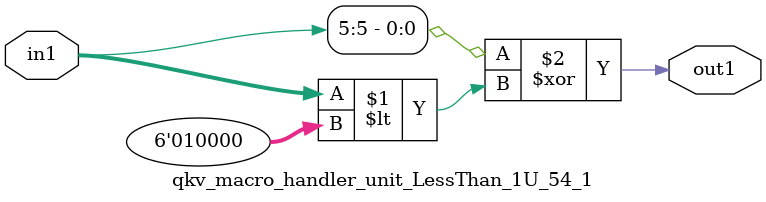
<source format=v>

`timescale 1ps / 1ps


module qkv_macro_handler_unit_LessThan_1U_54_1( in1, out1 );

    input [5:0] in1;
    output out1;

    
    // rtl_process:streamer_handler_LessThan_1U_11_1/streamer_handler_LessThan_1U_11_1_thread_1
    assign out1 = (in1[5] ^ in1 < 6'd16);

endmodule





</source>
